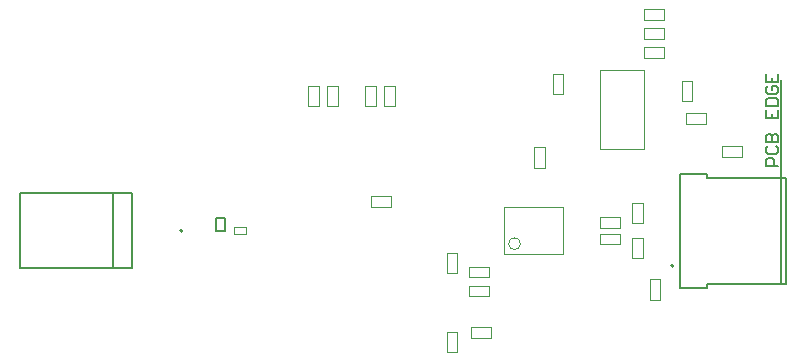
<source format=gbr>
G04*
G04 #@! TF.GenerationSoftware,Altium Limited,Altium Designer,24.9.1 (31)*
G04*
G04 Layer_Color=16711935*
%FSLAX25Y25*%
%MOIN*%
G70*
G04*
G04 #@! TF.SameCoordinates,AE1E5416-9686-4E21-8CD7-455353439681*
G04*
G04*
G04 #@! TF.FilePolarity,Positive*
G04*
G01*
G75*
%ADD10C,0.00787*%
%ADD15C,0.00500*%
%ADD16C,0.00394*%
%ADD74C,0.00833*%
D10*
X16929Y108268D02*
G03*
X16929Y108268I-394J0D01*
G01*
X180512Y96555D02*
G03*
X180512Y96555I-394J0D01*
G01*
D15*
X-37284Y95768D02*
X-6299D01*
X-37284D02*
Y120768D01*
X-6299D01*
X197D01*
X-6299Y95768D02*
Y120768D01*
Y95768D02*
X197D01*
Y120768D01*
X30906Y108071D02*
Y112402D01*
X28150Y108071D02*
Y112402D01*
X30906D01*
X28150Y108071D02*
X30906D01*
X182795Y89193D02*
Y127342D01*
Y89193D02*
X191838D01*
X218110Y90669D02*
Y125866D01*
X182795Y127342D02*
X191838D01*
Y89193D02*
Y90669D01*
X216535D02*
X218110D01*
X191838D02*
X216535D01*
X191838Y125866D02*
Y127342D01*
Y125866D02*
X218110D01*
X216535Y90669D02*
Y158465D01*
D16*
X129528Y103937D02*
G03*
X129528Y103937I-1969J0D01*
G01*
X166732Y99016D02*
Y105709D01*
X170276Y99016D02*
Y105709D01*
X166732Y99016D02*
X170276D01*
X166732Y105709D02*
X170276D01*
X166732Y110827D02*
Y117520D01*
X170276Y110827D02*
Y117520D01*
X166732Y110827D02*
X170276D01*
X166732Y117520D02*
X170276D01*
X104921Y74606D02*
X108465D01*
X104921Y67913D02*
X108465D01*
Y74606D01*
X104921Y67913D02*
Y74606D01*
X58858Y156496D02*
X62402D01*
X58858Y149803D02*
X62402D01*
Y156496D01*
X58858Y149803D02*
Y156496D01*
X113009Y72638D02*
Y76181D01*
X119702Y72638D02*
Y76181D01*
X113009D02*
X119702D01*
X113009Y72638D02*
X119702D01*
X65158Y149803D02*
Y156496D01*
X68701Y149803D02*
Y156496D01*
X65158Y149803D02*
X68701D01*
X65158Y156496D02*
X68701D01*
X156201Y103740D02*
Y107283D01*
X162894Y103740D02*
Y107283D01*
X156201D02*
X162894D01*
X156201Y103740D02*
X162894D01*
X156201Y109252D02*
Y112795D01*
X162894Y109252D02*
Y112795D01*
X156201D02*
X162894D01*
X156201Y109252D02*
X162894D01*
X176181Y85335D02*
Y92027D01*
X172638Y85335D02*
Y92027D01*
X176181D01*
X172638Y85335D02*
X176181D01*
X112402Y92716D02*
X119095D01*
X112402Y96260D02*
X119095D01*
Y92716D02*
Y96260D01*
X112402Y92716D02*
Y96260D01*
X112402Y89961D02*
X119095D01*
X112402Y86417D02*
X119095D01*
X112402D02*
Y89961D01*
X119095Y86417D02*
Y89961D01*
X108465Y94291D02*
Y100984D01*
X104921Y94291D02*
Y100984D01*
X108465D01*
X104921Y94291D02*
X108465D01*
X79724Y116339D02*
X86417D01*
X79724Y119882D02*
X86417D01*
Y116339D02*
Y119882D01*
X79724Y116339D02*
Y119882D01*
X33996Y107185D02*
X38130D01*
X33996Y109350D02*
X38130D01*
Y107185D02*
Y109350D01*
X33996Y107185D02*
Y109350D01*
X134055Y129331D02*
Y136024D01*
X137598Y129331D02*
Y136024D01*
X134055Y129331D02*
X137598D01*
X134055Y136024D02*
X137598D01*
X170669Y165945D02*
X177362D01*
X170669Y169488D02*
X177362D01*
Y165945D02*
Y169488D01*
X170669Y165945D02*
Y169488D01*
X156102Y162008D02*
X170669D01*
X156102Y135630D02*
X170669D01*
X156102D02*
Y162008D01*
X170669Y135630D02*
Y162008D01*
X183268Y151476D02*
Y158169D01*
X186811Y151476D02*
Y158169D01*
X183268Y151476D02*
X186811D01*
X183268Y158169D02*
X186811D01*
X184843Y143898D02*
X191535D01*
X184843Y147441D02*
X191535D01*
Y143898D02*
Y147441D01*
X184843Y143898D02*
Y147441D01*
X203346Y132874D02*
Y136417D01*
X196653Y132874D02*
Y136417D01*
Y132874D02*
X203346D01*
X196653Y136417D02*
X203346D01*
X140354Y153740D02*
Y160433D01*
X143898Y153740D02*
Y160433D01*
X140354Y153740D02*
X143898D01*
X140354Y160433D02*
X143898D01*
X84055Y149803D02*
Y156496D01*
X87598Y149803D02*
Y156496D01*
X84055Y149803D02*
X87598D01*
X84055Y156496D02*
X87598D01*
X77756Y149803D02*
Y156496D01*
X81299Y149803D02*
Y156496D01*
X77756Y149803D02*
X81299D01*
X77756Y156496D02*
X81299D01*
X124016Y100394D02*
X143701D01*
X124016Y116142D02*
X143701D01*
X124016Y100394D02*
Y116142D01*
X143701Y100394D02*
Y116142D01*
X177362Y178543D02*
Y182087D01*
X170669Y178543D02*
Y182087D01*
Y178543D02*
X177362D01*
X170669Y182087D02*
X177362D01*
Y172244D02*
Y175787D01*
X170669Y172244D02*
Y175787D01*
Y172244D02*
X177362D01*
X170669Y175787D02*
X177362D01*
D74*
X215551Y129921D02*
X211553D01*
Y131921D01*
X212219Y132587D01*
X213552D01*
X214218Y131921D01*
Y129921D01*
X212219Y136586D02*
X211553Y135919D01*
Y134586D01*
X212219Y133920D01*
X214885D01*
X215551Y134586D01*
Y135919D01*
X214885Y136586D01*
X211553Y137919D02*
X215551D01*
Y139918D01*
X214885Y140585D01*
X214218D01*
X213552Y139918D01*
Y137919D01*
Y139918D01*
X212885Y140585D01*
X212219D01*
X211553Y139918D01*
Y137919D01*
Y148582D02*
Y145916D01*
X215551D01*
Y148582D01*
X213552Y145916D02*
Y147249D01*
X211553Y149915D02*
X215551D01*
Y151914D01*
X214885Y152581D01*
X212219D01*
X211553Y151914D01*
Y149915D01*
X212219Y156579D02*
X211553Y155913D01*
Y154580D01*
X212219Y153913D01*
X214885D01*
X215551Y154580D01*
Y155913D01*
X214885Y156579D01*
X213552D01*
Y155246D01*
X211553Y160578D02*
Y157912D01*
X215551D01*
Y160578D01*
X213552Y157912D02*
Y159245D01*
M02*

</source>
